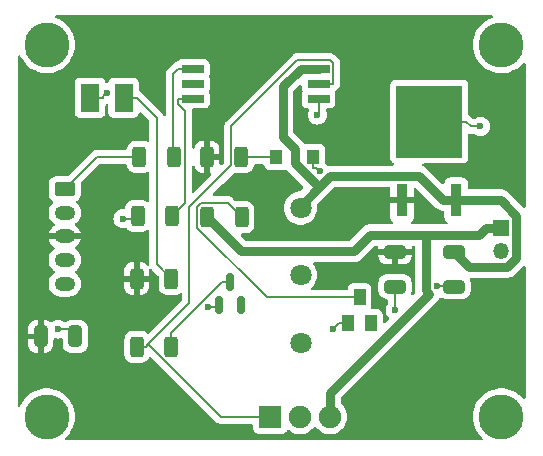
<source format=gbr>
%TF.GenerationSoftware,KiCad,Pcbnew,8.0.1*%
%TF.CreationDate,2025-03-02T16:25:42+00:00*%
%TF.ProjectId,PWM Control Circuit,50574d20-436f-46e7-9472-6f6c20436972,rev?*%
%TF.SameCoordinates,Original*%
%TF.FileFunction,Copper,L1,Top*%
%TF.FilePolarity,Positive*%
%FSLAX46Y46*%
G04 Gerber Fmt 4.6, Leading zero omitted, Abs format (unit mm)*
G04 Created by KiCad (PCBNEW 8.0.1) date 2025-03-02 16:25:42*
%MOMM*%
%LPD*%
G01*
G04 APERTURE LIST*
G04 Aperture macros list*
%AMRoundRect*
0 Rectangle with rounded corners*
0 $1 Rounding radius*
0 $2 $3 $4 $5 $6 $7 $8 $9 X,Y pos of 4 corners*
0 Add a 4 corners polygon primitive as box body*
4,1,4,$2,$3,$4,$5,$6,$7,$8,$9,$2,$3,0*
0 Add four circle primitives for the rounded corners*
1,1,$1+$1,$2,$3*
1,1,$1+$1,$4,$5*
1,1,$1+$1,$6,$7*
1,1,$1+$1,$8,$9*
0 Add four rect primitives between the rounded corners*
20,1,$1+$1,$2,$3,$4,$5,0*
20,1,$1+$1,$4,$5,$6,$7,0*
20,1,$1+$1,$6,$7,$8,$9,0*
20,1,$1+$1,$8,$9,$2,$3,0*%
G04 Aperture macros list end*
%TA.AperFunction,SMDPad,CuDef*%
%ADD10R,1.110000X1.220000*%
%TD*%
%TA.AperFunction,SMDPad,CuDef*%
%ADD11RoundRect,0.250000X-0.312500X-0.625000X0.312500X-0.625000X0.312500X0.625000X-0.312500X0.625000X0*%
%TD*%
%TA.AperFunction,SMDPad,CuDef*%
%ADD12RoundRect,0.150000X0.150000X-0.587500X0.150000X0.587500X-0.150000X0.587500X-0.150000X-0.587500X0*%
%TD*%
%TA.AperFunction,ComponentPad*%
%ADD13C,3.800000*%
%TD*%
%TA.AperFunction,ComponentPad*%
%ADD14C,1.800000*%
%TD*%
%TA.AperFunction,SMDPad,CuDef*%
%ADD15R,0.970000X2.830000*%
%TD*%
%TA.AperFunction,SMDPad,CuDef*%
%ADD16R,5.630000X6.090000*%
%TD*%
%TA.AperFunction,SMDPad,CuDef*%
%ADD17RoundRect,0.250000X-0.650000X0.325000X-0.650000X-0.325000X0.650000X-0.325000X0.650000X0.325000X0*%
%TD*%
%TA.AperFunction,SMDPad,CuDef*%
%ADD18R,1.000000X1.400000*%
%TD*%
%TA.AperFunction,SMDPad,CuDef*%
%ADD19RoundRect,0.250000X-0.325000X-0.650000X0.325000X-0.650000X0.325000X0.650000X-0.325000X0.650000X0*%
%TD*%
%TA.AperFunction,SMDPad,CuDef*%
%ADD20R,1.850000X0.650000*%
%TD*%
%TA.AperFunction,ComponentPad*%
%ADD21R,1.910000X1.910000*%
%TD*%
%TA.AperFunction,ComponentPad*%
%ADD22C,1.910000*%
%TD*%
%TA.AperFunction,ComponentPad*%
%ADD23R,1.350000X1.350000*%
%TD*%
%TA.AperFunction,ComponentPad*%
%ADD24O,1.350000X1.350000*%
%TD*%
%TA.AperFunction,ComponentPad*%
%ADD25RoundRect,0.250000X-0.625000X0.350000X-0.625000X-0.350000X0.625000X-0.350000X0.625000X0.350000X0*%
%TD*%
%TA.AperFunction,ComponentPad*%
%ADD26O,1.750000X1.200000*%
%TD*%
%TA.AperFunction,SMDPad,CuDef*%
%ADD27R,1.600000X2.400000*%
%TD*%
%TA.AperFunction,ViaPad*%
%ADD28C,0.600000*%
%TD*%
%TA.AperFunction,Conductor*%
%ADD29C,0.800000*%
%TD*%
%TA.AperFunction,Conductor*%
%ADD30C,0.200000*%
%TD*%
G04 APERTURE END LIST*
D10*
%TO.P,D3,1*%
%TO.N,Net-(D3-Pad1)*%
X107950000Y-90000000D03*
%TO.P,D3,2*%
%TO.N,GND*%
X111050000Y-90000000D03*
%TD*%
D11*
%TO.P,R5,1*%
%TO.N,+24V*%
X102075000Y-90000000D03*
%TO.P,R5,2*%
%TO.N,Net-(D3-Pad1)*%
X105000000Y-90000000D03*
%TD*%
D12*
%TO.P,D2,1,A*%
%TO.N,GND*%
X103100000Y-102500000D03*
%TO.P,D2,2,NC*%
%TO.N,unconnected-(D2-NC-Pad2)*%
X105000000Y-102500000D03*
%TO.P,D2,3,K*%
%TO.N,Net-(D2-K)*%
X104050000Y-100625000D03*
%TD*%
D13*
%TO.P,H1,1*%
%TO.N,N/C*%
X88500000Y-80500000D03*
%TD*%
D14*
%TO.P,+15V_TP1,1,1*%
%TO.N,/+15V*%
X110000000Y-94325000D03*
%TD*%
D15*
%TO.P,U2,1,IN*%
%TO.N,+24V*%
X118593300Y-93650000D03*
D16*
%TO.P,U2,2,GND*%
%TO.N,GND*%
X120883300Y-87000000D03*
D15*
%TO.P,U2,3,OUT*%
%TO.N,/+15V*%
X123173300Y-93650000D03*
%TD*%
D17*
%TO.P,C2,1*%
%TO.N,+24V*%
X118000000Y-98025000D03*
%TO.P,C2,2*%
%TO.N,GND*%
X118000000Y-100975000D03*
%TD*%
D14*
%TO.P,GND_TP1,1,1*%
%TO.N,GND*%
X110000000Y-100000000D03*
%TD*%
D11*
%TO.P,R1,1*%
%TO.N,/PWM input*%
X96350000Y-90000000D03*
%TO.P,R1,2*%
%TO.N,Net-(IC1-ANODE)*%
X99275000Y-90000000D03*
%TD*%
D18*
%TO.P,D4,1*%
%TO.N,GND*%
X114050000Y-104100000D03*
%TO.P,D4,2*%
%TO.N,unconnected-(D4-Pad2)*%
X115950000Y-104100000D03*
%TO.P,D4,3*%
%TO.N,Net-(D4-Pad3)*%
X115000000Y-101900000D03*
%TD*%
D19*
%TO.P,C1,1*%
%TO.N,+24V*%
X87990000Y-105200000D03*
%TO.P,C1,2*%
%TO.N,GND*%
X90940000Y-105200000D03*
%TD*%
D11*
%TO.P,R6,1*%
%TO.N,/Vsource*%
X102100000Y-95100000D03*
%TO.P,R6,2*%
%TO.N,Net-(D4-Pad3)*%
X105025000Y-95100000D03*
%TD*%
D14*
%TO.P,VG_TP1,1,1*%
%TO.N,/VG*%
X110000000Y-105750000D03*
%TD*%
D13*
%TO.P,H3,1*%
%TO.N,N/C*%
X88500000Y-112000000D03*
%TD*%
D17*
%TO.P,C3,1*%
%TO.N,/+15V*%
X123000000Y-98025000D03*
%TO.P,C3,2*%
%TO.N,GND*%
X123000000Y-100975000D03*
%TD*%
D11*
%TO.P,R2,1*%
%TO.N,GND*%
X96200000Y-95000000D03*
%TO.P,R2,2*%
%TO.N,Net-(IC1-CATHODE)*%
X99125000Y-95000000D03*
%TD*%
%TO.P,R3,1*%
%TO.N,+24V*%
X96125000Y-100300000D03*
%TO.P,R3,2*%
%TO.N,Net-(D1-Pad2)*%
X99050000Y-100300000D03*
%TD*%
%TO.P,R4,1*%
%TO.N,/VG*%
X96150000Y-106075000D03*
%TO.P,R4,2*%
%TO.N,Net-(D2-K)*%
X99075000Y-106075000D03*
%TD*%
D20*
%TO.P,IC1,1,ANODE*%
%TO.N,Net-(IC1-ANODE)*%
X100875000Y-82530000D03*
%TO.P,IC1,2,NC*%
%TO.N,unconnected-(IC1-NC-Pad2)*%
X100875000Y-83800000D03*
%TO.P,IC1,3,CATHODE*%
%TO.N,Net-(IC1-CATHODE)*%
X100875000Y-85070000D03*
%TO.P,IC1,4,VEE*%
%TO.N,GND*%
X111525000Y-85070000D03*
%TO.P,IC1,5,VOUT*%
%TO.N,/VG*%
X111525000Y-83800000D03*
%TO.P,IC1,6,VCC*%
%TO.N,/+15V*%
X111525000Y-82530000D03*
%TD*%
D21*
%TO.P,U1,1*%
%TO.N,/VG*%
X107420000Y-112000000D03*
D22*
%TO.P,U1,2*%
%TO.N,+12V*%
X109960000Y-112000000D03*
%TO.P,U1,3*%
%TO.N,/Vsource*%
X112500000Y-112000000D03*
%TD*%
D13*
%TO.P,H4,1*%
%TO.N,N/C*%
X127000000Y-112000000D03*
%TD*%
D23*
%TO.P,J2,1,Pin_1*%
%TO.N,/Vsource*%
X127000000Y-96000000D03*
D24*
%TO.P,J2,2,Pin_2*%
%TO.N,GND*%
X127000000Y-98000000D03*
%TD*%
D13*
%TO.P,H2,1*%
%TO.N,N/C*%
X127000000Y-80500000D03*
%TD*%
D25*
%TO.P,J1,1,Pin_1*%
%TO.N,/PWM input*%
X90040000Y-92720000D03*
D26*
%TO.P,J1,2,Pin_2*%
%TO.N,GND*%
X90040000Y-94720000D03*
%TO.P,J1,3,Pin_3*%
%TO.N,+24V*%
X90040000Y-96720000D03*
%TO.P,J1,4,Pin_4*%
%TO.N,+12V*%
X90040000Y-98720000D03*
%TO.P,J1,5,Pin_5*%
%TO.N,GND*%
X90040000Y-100720000D03*
%TD*%
D27*
%TO.P,D1,1*%
%TO.N,GND*%
X92175000Y-85000000D03*
%TO.P,D1,2*%
%TO.N,Net-(D1-Pad2)*%
X95025000Y-85000000D03*
%TD*%
D28*
%TO.N,GND*%
X118000000Y-103000000D03*
X89465000Y-104584400D03*
X93600000Y-84553200D03*
X94963300Y-95222400D03*
X111623400Y-91206800D03*
X102145700Y-102664800D03*
X112760200Y-104584400D03*
X125230500Y-87414800D03*
X121517100Y-100921500D03*
X111416100Y-86464400D03*
%TD*%
D29*
%TO.N,/+15V*%
X126936500Y-93650000D02*
X123173300Y-93650000D01*
X111551800Y-92562800D02*
X109500000Y-90511000D01*
X110000000Y-94114600D02*
X110000000Y-94325000D01*
X109500000Y-90511000D02*
X109500000Y-89290000D01*
X123173300Y-93650000D02*
X122086600Y-93650000D01*
X120069900Y-91633300D02*
X112481300Y-91633300D01*
X108500000Y-88290000D02*
X108500000Y-84028300D01*
X112481300Y-91633300D02*
X111551800Y-92562800D01*
X109500000Y-89290000D02*
X108500000Y-88290000D01*
X109998300Y-82530000D02*
X111525000Y-82530000D01*
X128276700Y-98557800D02*
X128276700Y-94990200D01*
X123000000Y-98025000D02*
X124301000Y-99326000D01*
X128276700Y-94990200D02*
X126936500Y-93650000D01*
X122086600Y-93650000D02*
X120069900Y-91633300D01*
X127508500Y-99326000D02*
X128276700Y-98557800D01*
X111551800Y-92562800D02*
X110000000Y-94114600D01*
X124301000Y-99326000D02*
X127508500Y-99326000D01*
X108500000Y-84028300D02*
X109998300Y-82530000D01*
D30*
%TO.N,GND*%
X112763900Y-104584400D02*
X113248300Y-104100000D01*
X90324400Y-104584400D02*
X90940000Y-105200000D01*
X122946500Y-100921500D02*
X123000000Y-100975000D01*
X89465000Y-104584400D02*
X90324400Y-104584400D01*
X111050000Y-90000000D02*
X111050000Y-90911700D01*
X112760200Y-104584400D02*
X112763900Y-104584400D01*
X93276700Y-84876500D02*
X93276700Y-85000000D01*
X111623400Y-91206800D02*
X111328300Y-90911700D01*
X111525000Y-86355500D02*
X111525000Y-85070000D01*
X95977600Y-95222400D02*
X96200000Y-95000000D01*
X118000000Y-103000000D02*
X118000000Y-100975000D01*
X121517100Y-100921500D02*
X122946500Y-100921500D01*
X93600000Y-84553200D02*
X93276700Y-84876500D01*
X102145700Y-102664800D02*
X102935200Y-102664800D01*
X111416100Y-86464400D02*
X111525000Y-86355500D01*
X124414800Y-87414800D02*
X124000000Y-87000000D01*
X92175000Y-85000000D02*
X93276700Y-85000000D01*
X102935200Y-102664800D02*
X103100000Y-102500000D01*
X111328300Y-90911700D02*
X111050000Y-90911700D01*
X114050000Y-104100000D02*
X113248300Y-104100000D01*
X125230500Y-87414800D02*
X124414800Y-87414800D01*
X120883300Y-87000000D02*
X124000000Y-87000000D01*
X94963300Y-95222400D02*
X95977600Y-95222400D01*
%TO.N,Net-(D1-Pad2)*%
X97812500Y-86685800D02*
X96126700Y-85000000D01*
X99050000Y-100300000D02*
X97812500Y-99062500D01*
X97812500Y-99062500D02*
X97812500Y-86685800D01*
X95025000Y-85000000D02*
X96126700Y-85000000D01*
%TO.N,Net-(D2-K)*%
X99075000Y-104884700D02*
X99075000Y-106075000D01*
X103334700Y-100625000D02*
X99075000Y-104884700D01*
X104050000Y-100625000D02*
X103334700Y-100625000D01*
%TO.N,Net-(D3-Pad1)*%
X105000000Y-90000000D02*
X107950000Y-90000000D01*
%TO.N,Net-(D4-Pad3)*%
X107141300Y-101900000D02*
X101217200Y-95975900D01*
X101548300Y-93899300D02*
X103824300Y-93899300D01*
X115000000Y-101900000D02*
X107141300Y-101900000D01*
X101217200Y-94230400D02*
X101548300Y-93899300D01*
X103824300Y-93899300D02*
X105025000Y-95100000D01*
X101217200Y-95975900D02*
X101217200Y-94230400D01*
%TO.N,Net-(IC1-ANODE)*%
X99208500Y-82969800D02*
X99208500Y-89933500D01*
X100875000Y-82530000D02*
X99648300Y-82530000D01*
X99648300Y-82530000D02*
X99208500Y-82969800D01*
X99208500Y-89933500D02*
X99275000Y-90000000D01*
%TO.N,/VG*%
X111525000Y-83800000D02*
X112751700Y-83800000D01*
X107420000Y-112000000D02*
X103244200Y-112000000D01*
X104134800Y-90709200D02*
X100583700Y-94260300D01*
X112497900Y-81826200D02*
X109709700Y-81826200D01*
X112751700Y-83800000D02*
X112751700Y-82080000D01*
X104134800Y-87401100D02*
X104134800Y-90709200D01*
X103244200Y-112000000D02*
X97097600Y-105853400D01*
X96876000Y-106075000D02*
X97097600Y-105853400D01*
X96150000Y-106075000D02*
X96876000Y-106075000D01*
X100583700Y-102367300D02*
X97097600Y-105853400D01*
X112751700Y-82080000D02*
X112497900Y-81826200D01*
X109709700Y-81826200D02*
X104134800Y-87401100D01*
X100583700Y-94260300D02*
X100583700Y-102367300D01*
%TO.N,Net-(IC1-CATHODE)*%
X100185000Y-93940000D02*
X99125000Y-95000000D01*
X100185000Y-86074600D02*
X100185000Y-93940000D01*
X99648300Y-85070000D02*
X99648300Y-85537900D01*
X100875000Y-85070000D02*
X99648300Y-85070000D01*
X99648300Y-85537900D02*
X100185000Y-86074600D01*
%TO.N,/PWM input*%
X90040000Y-92720000D02*
X92760000Y-90000000D01*
X92760000Y-90000000D02*
X96350000Y-90000000D01*
D29*
%TO.N,/Vsource*%
X127000000Y-96000000D02*
X125723300Y-96000000D01*
X125723300Y-96000000D02*
X125125700Y-96597600D01*
X115902400Y-96597600D02*
X114500000Y-98000000D01*
X120535200Y-96597600D02*
X120617100Y-96679500D01*
X114500000Y-98000000D02*
X105000000Y-98000000D01*
X120911403Y-101588597D02*
X112500000Y-110000000D01*
X120617100Y-101294293D02*
X120911403Y-101588597D01*
X112500000Y-110000000D02*
X112500000Y-112000000D01*
X125125700Y-96597600D02*
X120535200Y-96597600D01*
X120535200Y-96597600D02*
X115902400Y-96597600D01*
X105000000Y-98000000D02*
X102100000Y-95100000D01*
X120617100Y-96679500D02*
X120617100Y-101294293D01*
%TD*%
%TA.AperFunction,Conductor*%
%TO.N,+24V*%
G36*
X126209133Y-78020185D02*
G01*
X126254888Y-78072989D01*
X126264832Y-78142147D01*
X126235807Y-78205703D01*
X126187741Y-78239792D01*
X125975904Y-78323663D01*
X125975903Y-78323664D01*
X125711205Y-78469184D01*
X125711193Y-78469191D01*
X125466846Y-78646719D01*
X125466836Y-78646727D01*
X125246652Y-78853494D01*
X125054111Y-79086236D01*
X124892268Y-79341261D01*
X124892265Y-79341267D01*
X124763661Y-79614563D01*
X124763659Y-79614568D01*
X124670320Y-79901835D01*
X124613719Y-80198546D01*
X124613718Y-80198553D01*
X124594754Y-80499994D01*
X124594754Y-80500005D01*
X124613718Y-80801446D01*
X124613719Y-80801453D01*
X124670320Y-81098164D01*
X124763659Y-81385431D01*
X124763661Y-81385436D01*
X124892265Y-81658732D01*
X124892268Y-81658738D01*
X125054111Y-81913763D01*
X125054114Y-81913767D01*
X125054115Y-81913768D01*
X125246649Y-82146502D01*
X125246652Y-82146505D01*
X125466836Y-82353272D01*
X125466846Y-82353280D01*
X125711193Y-82530808D01*
X125711198Y-82530810D01*
X125711205Y-82530816D01*
X125975896Y-82676332D01*
X125975901Y-82676334D01*
X125975903Y-82676335D01*
X125975904Y-82676336D01*
X126256734Y-82787524D01*
X126256737Y-82787525D01*
X126354259Y-82812564D01*
X126549302Y-82862642D01*
X126696039Y-82881179D01*
X126848963Y-82900499D01*
X126848969Y-82900499D01*
X126848973Y-82900500D01*
X126848975Y-82900500D01*
X127151025Y-82900500D01*
X127151027Y-82900500D01*
X127151032Y-82900499D01*
X127151036Y-82900499D01*
X127230591Y-82890448D01*
X127450698Y-82862642D01*
X127743262Y-82787525D01*
X127743265Y-82787524D01*
X128024095Y-82676336D01*
X128024096Y-82676335D01*
X128024094Y-82676335D01*
X128024104Y-82676332D01*
X128288795Y-82530816D01*
X128533162Y-82353274D01*
X128753349Y-82146504D01*
X128829956Y-82053901D01*
X128887856Y-82014794D01*
X128957707Y-82013198D01*
X129017333Y-82049619D01*
X129047803Y-82112495D01*
X129049500Y-82132942D01*
X129049500Y-94190137D01*
X129029815Y-94257176D01*
X128977011Y-94302931D01*
X128907853Y-94312875D01*
X128844297Y-94283850D01*
X128837819Y-94277818D01*
X127510535Y-92950535D01*
X127510530Y-92950531D01*
X127451461Y-92911064D01*
X127451460Y-92911063D01*
X127363044Y-92851985D01*
X127363042Y-92851984D01*
X127281107Y-92818046D01*
X127281106Y-92818046D01*
X127199166Y-92784105D01*
X127199158Y-92784103D01*
X127025196Y-92749500D01*
X127025192Y-92749500D01*
X127025191Y-92749500D01*
X124282799Y-92749500D01*
X124215760Y-92729815D01*
X124170005Y-92677011D01*
X124158799Y-92625500D01*
X124158799Y-92187129D01*
X124158798Y-92187123D01*
X124152391Y-92127516D01*
X124102097Y-91992671D01*
X124102093Y-91992664D01*
X124015847Y-91877455D01*
X124015844Y-91877452D01*
X123900635Y-91791206D01*
X123900628Y-91791202D01*
X123765782Y-91740908D01*
X123765783Y-91740908D01*
X123706183Y-91734501D01*
X123706181Y-91734500D01*
X123706173Y-91734500D01*
X123706164Y-91734500D01*
X122640429Y-91734500D01*
X122640423Y-91734501D01*
X122580816Y-91740908D01*
X122445971Y-91791202D01*
X122445964Y-91791206D01*
X122330755Y-91877452D01*
X122330752Y-91877455D01*
X122244506Y-91992664D01*
X122244502Y-91992671D01*
X122194208Y-92127517D01*
X122187445Y-92190428D01*
X122186138Y-92190287D01*
X122164623Y-92251188D01*
X122109426Y-92294026D01*
X122039832Y-92300222D01*
X121977935Y-92267809D01*
X121976397Y-92266297D01*
X120643935Y-90933835D01*
X120643930Y-90933831D01*
X120584861Y-90894364D01*
X120584860Y-90894363D01*
X120496444Y-90835285D01*
X120496442Y-90835284D01*
X120414507Y-90801346D01*
X120414506Y-90801346D01*
X120372773Y-90784059D01*
X120318371Y-90740218D01*
X120296307Y-90673924D01*
X120313587Y-90606225D01*
X120364724Y-90558615D01*
X120420225Y-90545499D01*
X123746172Y-90545499D01*
X123805783Y-90539091D01*
X123940631Y-90488796D01*
X124055846Y-90402546D01*
X124142096Y-90287331D01*
X124192391Y-90152483D01*
X124198800Y-90092873D01*
X124198799Y-88138665D01*
X124218484Y-88071627D01*
X124271287Y-88025872D01*
X124327615Y-88017436D01*
X124327615Y-88015301D01*
X124501454Y-88015301D01*
X124501470Y-88015300D01*
X124648088Y-88015300D01*
X124715127Y-88034985D01*
X124725403Y-88042355D01*
X124728236Y-88044614D01*
X124728238Y-88044616D01*
X124771226Y-88071627D01*
X124877917Y-88138666D01*
X124880978Y-88140589D01*
X125051245Y-88200168D01*
X125051250Y-88200169D01*
X125230496Y-88220365D01*
X125230500Y-88220365D01*
X125230504Y-88220365D01*
X125409749Y-88200169D01*
X125409752Y-88200168D01*
X125409755Y-88200168D01*
X125580022Y-88140589D01*
X125732762Y-88044616D01*
X125860316Y-87917062D01*
X125956289Y-87764322D01*
X126015868Y-87594055D01*
X126036065Y-87414800D01*
X126025614Y-87322045D01*
X126015869Y-87235550D01*
X126015868Y-87235545D01*
X125956288Y-87065276D01*
X125917082Y-87002880D01*
X125860316Y-86912538D01*
X125732762Y-86784984D01*
X125704593Y-86767284D01*
X125580023Y-86689011D01*
X125409754Y-86629431D01*
X125409749Y-86629430D01*
X125230504Y-86609235D01*
X125230496Y-86609235D01*
X125051250Y-86629430D01*
X125051245Y-86629431D01*
X124880974Y-86689012D01*
X124754227Y-86768652D01*
X124686991Y-86787652D01*
X124620155Y-86767284D01*
X124600575Y-86751339D01*
X124368717Y-86519481D01*
X124368709Y-86519475D01*
X124273315Y-86464400D01*
X124273311Y-86464398D01*
X124260796Y-86457172D01*
X124212582Y-86406604D01*
X124198799Y-86349787D01*
X124198799Y-83907129D01*
X124198798Y-83907123D01*
X124198797Y-83907116D01*
X124192391Y-83847517D01*
X124156813Y-83752128D01*
X124142097Y-83712671D01*
X124142093Y-83712664D01*
X124055847Y-83597455D01*
X124055844Y-83597452D01*
X123940635Y-83511206D01*
X123940628Y-83511202D01*
X123805782Y-83460908D01*
X123805783Y-83460908D01*
X123746183Y-83454501D01*
X123746181Y-83454500D01*
X123746173Y-83454500D01*
X123746164Y-83454500D01*
X118020429Y-83454500D01*
X118020423Y-83454501D01*
X117960816Y-83460908D01*
X117825971Y-83511202D01*
X117825964Y-83511206D01*
X117710755Y-83597452D01*
X117710752Y-83597455D01*
X117624506Y-83712664D01*
X117624502Y-83712671D01*
X117574208Y-83847517D01*
X117567801Y-83907116D01*
X117567801Y-83907123D01*
X117567800Y-83907135D01*
X117567800Y-90092870D01*
X117567801Y-90092876D01*
X117574208Y-90152483D01*
X117624502Y-90287328D01*
X117624506Y-90287335D01*
X117710752Y-90402544D01*
X117710755Y-90402547D01*
X117825964Y-90488793D01*
X117825971Y-90488797D01*
X117836215Y-90492618D01*
X117892149Y-90534489D01*
X117916566Y-90599954D01*
X117901714Y-90668227D01*
X117852309Y-90717632D01*
X117792882Y-90732800D01*
X112392604Y-90732800D01*
X112364916Y-90738307D01*
X112295325Y-90732077D01*
X112253049Y-90704371D01*
X112141817Y-90593139D01*
X112108333Y-90531816D01*
X112105499Y-90505458D01*
X112105499Y-89342129D01*
X112105498Y-89342123D01*
X112099091Y-89282516D01*
X112048797Y-89147671D01*
X112048793Y-89147664D01*
X111962547Y-89032455D01*
X111962544Y-89032452D01*
X111847335Y-88946206D01*
X111847328Y-88946202D01*
X111712482Y-88895908D01*
X111712483Y-88895908D01*
X111652883Y-88889501D01*
X111652881Y-88889500D01*
X111652873Y-88889500D01*
X111652864Y-88889500D01*
X110447129Y-88889500D01*
X110447120Y-88889501D01*
X110398887Y-88894686D01*
X110330128Y-88882279D01*
X110282533Y-88840286D01*
X110199467Y-88715969D01*
X110199465Y-88715966D01*
X110160516Y-88677017D01*
X110074035Y-88590536D01*
X109436819Y-87953319D01*
X109403334Y-87891996D01*
X109400500Y-87865638D01*
X109400500Y-84452661D01*
X109420185Y-84385622D01*
X109436815Y-84364984D01*
X109887821Y-83913977D01*
X109949142Y-83880494D01*
X110018833Y-83885478D01*
X110074767Y-83927349D01*
X110099184Y-83992814D01*
X110099500Y-84001659D01*
X110099500Y-84172869D01*
X110099501Y-84172876D01*
X110105908Y-84232483D01*
X110156202Y-84367328D01*
X110160454Y-84375114D01*
X110157280Y-84376846D01*
X110175659Y-84426302D01*
X110160725Y-84494557D01*
X110160117Y-84495502D01*
X110156202Y-84502671D01*
X110105910Y-84637513D01*
X110105909Y-84637517D01*
X110099500Y-84697127D01*
X110099500Y-84697134D01*
X110099500Y-84697135D01*
X110099500Y-85442870D01*
X110099501Y-85442876D01*
X110105908Y-85502483D01*
X110156202Y-85637328D01*
X110156206Y-85637335D01*
X110242452Y-85752544D01*
X110242455Y-85752547D01*
X110357664Y-85838793D01*
X110357671Y-85838797D01*
X110402618Y-85855561D01*
X110492517Y-85889091D01*
X110552127Y-85895500D01*
X110603793Y-85895499D01*
X110670831Y-85915182D01*
X110716586Y-85967985D01*
X110726531Y-86037144D01*
X110708789Y-86085468D01*
X110690311Y-86114876D01*
X110630731Y-86285145D01*
X110630730Y-86285150D01*
X110610535Y-86464396D01*
X110610535Y-86464400D01*
X110630730Y-86643649D01*
X110630731Y-86643654D01*
X110690311Y-86813923D01*
X110757327Y-86920578D01*
X110786284Y-86966662D01*
X110913838Y-87094216D01*
X111066578Y-87190189D01*
X111196198Y-87235545D01*
X111236845Y-87249768D01*
X111236850Y-87249769D01*
X111416096Y-87269965D01*
X111416100Y-87269965D01*
X111416104Y-87269965D01*
X111595349Y-87249769D01*
X111595352Y-87249768D01*
X111595355Y-87249768D01*
X111765622Y-87190189D01*
X111918362Y-87094216D01*
X112045916Y-86966662D01*
X112141889Y-86813922D01*
X112201468Y-86643655D01*
X112207820Y-86587285D01*
X112221665Y-86464400D01*
X112221665Y-86464396D01*
X112201469Y-86285150D01*
X112201466Y-86285137D01*
X112141890Y-86114881D01*
X112138867Y-86108602D01*
X112141174Y-86107490D01*
X112125500Y-86053070D01*
X112125500Y-86019499D01*
X112145185Y-85952460D01*
X112197989Y-85906705D01*
X112249500Y-85895499D01*
X112497871Y-85895499D01*
X112497872Y-85895499D01*
X112557483Y-85889091D01*
X112692331Y-85838796D01*
X112807546Y-85752546D01*
X112893796Y-85637331D01*
X112944091Y-85502483D01*
X112950500Y-85442873D01*
X112950499Y-84697128D01*
X112944091Y-84637517D01*
X112941767Y-84631286D01*
X112901092Y-84522229D01*
X112896108Y-84452537D01*
X112929593Y-84391214D01*
X112976563Y-84364101D01*
X112975977Y-84362686D01*
X112983473Y-84359579D01*
X112983484Y-84359577D01*
X113120416Y-84280520D01*
X113232220Y-84168716D01*
X113311277Y-84031784D01*
X113352200Y-83879057D01*
X113352200Y-82000943D01*
X113311277Y-81848216D01*
X113310835Y-81847451D01*
X113232224Y-81711290D01*
X113232221Y-81711286D01*
X113232220Y-81711284D01*
X113120416Y-81599480D01*
X113120415Y-81599479D01*
X113116085Y-81595149D01*
X113116074Y-81595139D01*
X112985490Y-81464555D01*
X112985488Y-81464552D01*
X112866617Y-81345681D01*
X112866616Y-81345680D01*
X112779804Y-81295560D01*
X112779804Y-81295559D01*
X112779800Y-81295558D01*
X112729685Y-81266623D01*
X112576957Y-81225699D01*
X112418843Y-81225699D01*
X112411247Y-81225699D01*
X112411231Y-81225700D01*
X109788757Y-81225700D01*
X109630642Y-81225700D01*
X109477915Y-81266623D01*
X109477914Y-81266623D01*
X109477912Y-81266624D01*
X109477909Y-81266625D01*
X109427796Y-81295559D01*
X109427795Y-81295560D01*
X109384389Y-81320620D01*
X109340985Y-81345679D01*
X109340982Y-81345681D01*
X103654281Y-87032382D01*
X103654277Y-87032387D01*
X103635290Y-87065276D01*
X103635289Y-87065278D01*
X103575223Y-87169315D01*
X103534299Y-87322043D01*
X103534299Y-87322045D01*
X103534299Y-87490146D01*
X103534300Y-87490159D01*
X103534300Y-90409101D01*
X103514615Y-90476140D01*
X103497981Y-90496782D01*
X103349181Y-90645582D01*
X103287858Y-90679067D01*
X103218166Y-90674083D01*
X103162233Y-90632211D01*
X103137816Y-90566747D01*
X103137500Y-90557901D01*
X103137500Y-90250000D01*
X102325000Y-90250000D01*
X102325000Y-91374999D01*
X102326911Y-91376910D01*
X102387441Y-91394684D01*
X102433196Y-91447488D01*
X102443140Y-91516646D01*
X102414115Y-91580202D01*
X102408083Y-91586680D01*
X100997181Y-92997582D01*
X100935858Y-93031067D01*
X100866166Y-93026083D01*
X100810233Y-92984211D01*
X100785816Y-92918747D01*
X100785500Y-92909901D01*
X100785500Y-90829411D01*
X100805185Y-90762372D01*
X100857989Y-90716617D01*
X100927147Y-90706673D01*
X100990703Y-90735698D01*
X101027206Y-90790407D01*
X101078141Y-90944119D01*
X101078143Y-90944124D01*
X101170184Y-91093345D01*
X101294154Y-91217315D01*
X101443375Y-91309356D01*
X101443380Y-91309358D01*
X101609802Y-91364505D01*
X101609809Y-91364506D01*
X101712519Y-91374999D01*
X101824999Y-91374999D01*
X101825000Y-91374998D01*
X101825000Y-88625000D01*
X102325000Y-88625000D01*
X102325000Y-89750000D01*
X103137499Y-89750000D01*
X103137499Y-89325028D01*
X103137498Y-89325013D01*
X103127005Y-89222302D01*
X103071858Y-89055880D01*
X103071856Y-89055875D01*
X102979815Y-88906654D01*
X102855845Y-88782684D01*
X102706624Y-88690643D01*
X102706619Y-88690641D01*
X102540197Y-88635494D01*
X102540190Y-88635493D01*
X102437486Y-88625000D01*
X102325000Y-88625000D01*
X101825000Y-88625000D01*
X101712527Y-88625000D01*
X101712512Y-88625001D01*
X101609802Y-88635494D01*
X101443380Y-88690641D01*
X101443375Y-88690643D01*
X101294154Y-88782684D01*
X101170184Y-88906654D01*
X101078143Y-89055875D01*
X101078141Y-89055880D01*
X101027206Y-89209594D01*
X100987433Y-89267039D01*
X100922918Y-89293862D01*
X100854142Y-89281547D01*
X100802942Y-89234004D01*
X100785500Y-89170590D01*
X100785500Y-86019499D01*
X100805185Y-85952460D01*
X100857989Y-85906705D01*
X100909500Y-85895499D01*
X101847871Y-85895499D01*
X101847872Y-85895499D01*
X101907483Y-85889091D01*
X102042331Y-85838796D01*
X102157546Y-85752546D01*
X102243796Y-85637331D01*
X102294091Y-85502483D01*
X102300500Y-85442873D01*
X102300499Y-84697128D01*
X102294091Y-84637517D01*
X102291767Y-84631286D01*
X102243797Y-84502670D01*
X102239547Y-84494888D01*
X102242757Y-84493134D01*
X102224361Y-84444001D01*
X102239127Y-84375709D01*
X102239752Y-84374736D01*
X102243797Y-84367329D01*
X102255052Y-84337150D01*
X102294091Y-84232483D01*
X102300500Y-84172873D01*
X102300499Y-83427128D01*
X102294091Y-83367517D01*
X102294091Y-83367516D01*
X102243797Y-83232670D01*
X102239547Y-83224888D01*
X102242757Y-83223134D01*
X102224361Y-83174001D01*
X102239127Y-83105709D01*
X102239752Y-83104736D01*
X102243797Y-83097329D01*
X102261874Y-83048860D01*
X102294091Y-82962483D01*
X102300500Y-82902873D01*
X102300499Y-82157128D01*
X102294091Y-82097517D01*
X102276226Y-82049619D01*
X102243797Y-81962671D01*
X102243793Y-81962664D01*
X102157547Y-81847455D01*
X102157544Y-81847452D01*
X102042335Y-81761206D01*
X102042328Y-81761202D01*
X101907482Y-81710908D01*
X101907483Y-81710908D01*
X101847883Y-81704501D01*
X101847881Y-81704500D01*
X101847873Y-81704500D01*
X101847864Y-81704500D01*
X99902129Y-81704500D01*
X99902123Y-81704501D01*
X99842516Y-81710908D01*
X99707671Y-81761202D01*
X99707664Y-81761206D01*
X99592457Y-81847451D01*
X99592450Y-81847457D01*
X99547165Y-81907950D01*
X99491230Y-81949821D01*
X99479995Y-81953412D01*
X99416519Y-81970421D01*
X99416513Y-81970424D01*
X99394312Y-81983240D01*
X99394313Y-81983241D01*
X99279587Y-82049477D01*
X99279582Y-82049481D01*
X98727979Y-82601084D01*
X98712359Y-82628139D01*
X98705757Y-82639576D01*
X98648923Y-82738015D01*
X98607999Y-82890743D01*
X98607999Y-82890745D01*
X98607999Y-83058846D01*
X98608000Y-83058859D01*
X98608000Y-86400192D01*
X98588315Y-86467231D01*
X98535511Y-86512986D01*
X98466353Y-86522930D01*
X98402797Y-86493905D01*
X98378232Y-86459846D01*
X98376141Y-86461054D01*
X98372077Y-86454015D01*
X98332429Y-86385343D01*
X98293020Y-86317084D01*
X98181216Y-86205280D01*
X98181215Y-86205279D01*
X98176885Y-86200949D01*
X98176874Y-86200939D01*
X96614290Y-84638355D01*
X96614288Y-84638352D01*
X96495417Y-84519481D01*
X96495416Y-84519480D01*
X96408604Y-84469360D01*
X96408604Y-84469358D01*
X96408599Y-84469357D01*
X96397047Y-84462687D01*
X96387495Y-84457172D01*
X96339281Y-84406602D01*
X96325499Y-84349787D01*
X96325499Y-83752129D01*
X96325498Y-83752123D01*
X96325497Y-83752116D01*
X96319091Y-83692517D01*
X96310259Y-83668838D01*
X96268797Y-83557671D01*
X96268793Y-83557664D01*
X96182547Y-83442455D01*
X96182544Y-83442452D01*
X96067335Y-83356206D01*
X96067328Y-83356202D01*
X95932482Y-83305908D01*
X95932483Y-83305908D01*
X95872883Y-83299501D01*
X95872881Y-83299500D01*
X95872873Y-83299500D01*
X95872864Y-83299500D01*
X94177129Y-83299500D01*
X94177123Y-83299501D01*
X94117516Y-83305908D01*
X93982671Y-83356202D01*
X93982664Y-83356206D01*
X93867455Y-83442452D01*
X93867452Y-83442455D01*
X93781206Y-83557664D01*
X93781203Y-83557669D01*
X93739740Y-83668838D01*
X93697868Y-83724771D01*
X93632404Y-83749188D01*
X93609680Y-83748725D01*
X93600002Y-83747635D01*
X93599997Y-83747635D01*
X93590318Y-83748725D01*
X93521497Y-83736667D01*
X93470120Y-83689315D01*
X93460259Y-83668837D01*
X93418797Y-83557671D01*
X93418793Y-83557664D01*
X93332547Y-83442455D01*
X93332544Y-83442452D01*
X93217335Y-83356206D01*
X93217328Y-83356202D01*
X93082482Y-83305908D01*
X93082483Y-83305908D01*
X93022883Y-83299501D01*
X93022881Y-83299500D01*
X93022873Y-83299500D01*
X93022864Y-83299500D01*
X91327129Y-83299500D01*
X91327123Y-83299501D01*
X91267516Y-83305908D01*
X91132671Y-83356202D01*
X91132664Y-83356206D01*
X91017455Y-83442452D01*
X91017452Y-83442455D01*
X90931206Y-83557664D01*
X90931202Y-83557671D01*
X90880908Y-83692517D01*
X90877441Y-83724771D01*
X90874501Y-83752123D01*
X90874500Y-83752135D01*
X90874500Y-86247870D01*
X90874501Y-86247876D01*
X90880908Y-86307483D01*
X90931202Y-86442328D01*
X90931206Y-86442335D01*
X91017452Y-86557544D01*
X91017455Y-86557547D01*
X91132664Y-86643793D01*
X91132671Y-86643797D01*
X91267517Y-86694091D01*
X91267516Y-86694091D01*
X91274444Y-86694835D01*
X91327127Y-86700500D01*
X93022872Y-86700499D01*
X93082483Y-86694091D01*
X93217331Y-86643796D01*
X93332546Y-86557546D01*
X93418796Y-86442331D01*
X93469091Y-86307483D01*
X93475500Y-86247873D01*
X93475499Y-85650211D01*
X93495183Y-85583173D01*
X93537490Y-85542830D01*
X93538496Y-85542249D01*
X93606393Y-85525774D01*
X93672422Y-85548623D01*
X93715615Y-85603542D01*
X93724500Y-85649634D01*
X93724500Y-86247870D01*
X93724501Y-86247876D01*
X93730908Y-86307483D01*
X93781202Y-86442328D01*
X93781206Y-86442335D01*
X93867452Y-86557544D01*
X93867455Y-86557547D01*
X93982664Y-86643793D01*
X93982671Y-86643797D01*
X94117517Y-86694091D01*
X94117516Y-86694091D01*
X94124444Y-86694835D01*
X94177127Y-86700500D01*
X95872872Y-86700499D01*
X95932483Y-86694091D01*
X96067331Y-86643796D01*
X96182546Y-86557546D01*
X96268796Y-86442331D01*
X96319091Y-86307483D01*
X96319090Y-86307483D01*
X96321802Y-86300215D01*
X96323351Y-86300792D01*
X96353339Y-86248121D01*
X96415247Y-86215731D01*
X96484839Y-86221952D01*
X96527130Y-86249665D01*
X97175681Y-86898216D01*
X97209166Y-86959539D01*
X97212000Y-86985897D01*
X97212000Y-88609978D01*
X97192315Y-88677017D01*
X97139511Y-88722772D01*
X97070353Y-88732716D01*
X97022905Y-88715518D01*
X97000412Y-88701645D01*
X96981834Y-88690186D01*
X96815297Y-88635001D01*
X96815295Y-88635000D01*
X96712510Y-88624500D01*
X95987498Y-88624500D01*
X95987480Y-88624501D01*
X95884703Y-88635000D01*
X95884700Y-88635001D01*
X95718168Y-88690185D01*
X95718163Y-88690187D01*
X95568842Y-88782289D01*
X95444789Y-88906342D01*
X95352687Y-89055663D01*
X95352685Y-89055668D01*
X95352615Y-89055880D01*
X95297502Y-89222202D01*
X95297501Y-89222204D01*
X95297500Y-89222205D01*
X95290768Y-89288103D01*
X95264371Y-89352795D01*
X95207190Y-89392946D01*
X95167410Y-89399500D01*
X92846669Y-89399500D01*
X92846653Y-89399499D01*
X92839057Y-89399499D01*
X92680943Y-89399499D01*
X92573587Y-89428265D01*
X92528210Y-89440424D01*
X92528209Y-89440425D01*
X92478096Y-89469359D01*
X92478095Y-89469360D01*
X92434689Y-89494420D01*
X92391285Y-89519479D01*
X92391282Y-89519481D01*
X92279478Y-89631286D01*
X90327582Y-91583181D01*
X90266259Y-91616666D01*
X90239901Y-91619500D01*
X89364998Y-91619500D01*
X89364980Y-91619501D01*
X89262203Y-91630000D01*
X89262200Y-91630001D01*
X89095668Y-91685185D01*
X89095663Y-91685187D01*
X88946342Y-91777289D01*
X88822289Y-91901342D01*
X88730187Y-92050663D01*
X88730186Y-92050666D01*
X88675001Y-92217203D01*
X88675001Y-92217204D01*
X88675000Y-92217204D01*
X88664500Y-92319983D01*
X88664500Y-93120001D01*
X88664501Y-93120019D01*
X88675000Y-93222796D01*
X88675001Y-93222799D01*
X88713747Y-93339724D01*
X88730186Y-93389334D01*
X88822288Y-93538656D01*
X88946344Y-93662712D01*
X89010543Y-93702310D01*
X89057268Y-93754258D01*
X89068489Y-93823221D01*
X89040646Y-93887303D01*
X89033128Y-93895530D01*
X88925585Y-94003073D01*
X88823768Y-94143211D01*
X88745128Y-94297552D01*
X88745127Y-94297554D01*
X88745127Y-94297555D01*
X88740149Y-94312875D01*
X88691597Y-94462302D01*
X88671876Y-94586819D01*
X88664500Y-94633389D01*
X88664500Y-94806611D01*
X88669493Y-94838137D01*
X88689974Y-94967452D01*
X88691598Y-94977701D01*
X88745127Y-95142445D01*
X88823768Y-95296788D01*
X88925586Y-95436928D01*
X89048072Y-95559414D01*
X89103189Y-95599459D01*
X89131449Y-95619991D01*
X89174114Y-95675322D01*
X89180093Y-95744935D01*
X89147487Y-95806730D01*
X89131448Y-95820627D01*
X89048404Y-95880961D01*
X89048399Y-95880965D01*
X88925967Y-96003397D01*
X88824195Y-96143475D01*
X88745591Y-96297744D01*
X88692085Y-96462415D01*
X88690884Y-96469999D01*
X88690885Y-96470000D01*
X89759670Y-96470000D01*
X89739925Y-96489745D01*
X89690556Y-96575255D01*
X89665000Y-96670630D01*
X89665000Y-96769370D01*
X89690556Y-96864745D01*
X89739925Y-96950255D01*
X89759670Y-96970000D01*
X88690885Y-96970000D01*
X88692085Y-96977584D01*
X88745591Y-97142255D01*
X88824195Y-97296524D01*
X88925967Y-97436602D01*
X89048401Y-97559036D01*
X89131447Y-97619371D01*
X89174114Y-97674701D01*
X89180093Y-97744314D01*
X89147488Y-97806109D01*
X89131450Y-97820007D01*
X89048072Y-97880585D01*
X88925588Y-98003069D01*
X88925588Y-98003070D01*
X88925586Y-98003072D01*
X88881859Y-98063256D01*
X88823768Y-98143211D01*
X88745128Y-98297552D01*
X88691597Y-98462302D01*
X88664500Y-98633389D01*
X88664500Y-98806611D01*
X88666408Y-98818656D01*
X88691304Y-98975848D01*
X88691598Y-98977701D01*
X88745127Y-99142445D01*
X88823768Y-99296788D01*
X88925586Y-99436928D01*
X89048072Y-99559414D01*
X89048078Y-99559418D01*
X89131023Y-99619683D01*
X89173689Y-99675013D01*
X89179667Y-99744626D01*
X89147061Y-99806421D01*
X89131023Y-99820317D01*
X89048078Y-99880581D01*
X89048069Y-99880588D01*
X88925588Y-100003069D01*
X88925588Y-100003070D01*
X88925586Y-100003072D01*
X88896043Y-100043735D01*
X88823768Y-100143211D01*
X88745128Y-100297552D01*
X88745127Y-100297554D01*
X88745127Y-100297555D01*
X88734368Y-100330668D01*
X88691597Y-100462302D01*
X88664500Y-100633389D01*
X88664500Y-100806610D01*
X88688425Y-100957671D01*
X88691598Y-100977701D01*
X88745127Y-101142445D01*
X88823768Y-101296788D01*
X88925586Y-101436928D01*
X89048072Y-101559414D01*
X89188212Y-101661232D01*
X89342555Y-101739873D01*
X89507299Y-101793402D01*
X89678389Y-101820500D01*
X89678390Y-101820500D01*
X90401610Y-101820500D01*
X90401611Y-101820500D01*
X90572701Y-101793402D01*
X90737445Y-101739873D01*
X90891788Y-101661232D01*
X91031928Y-101559414D01*
X91154414Y-101436928D01*
X91256232Y-101296788D01*
X91334873Y-101142445D01*
X91388402Y-100977701D01*
X91415500Y-100806611D01*
X91415500Y-100633389D01*
X91402292Y-100550000D01*
X95062501Y-100550000D01*
X95062501Y-100974986D01*
X95072994Y-101077697D01*
X95128141Y-101244119D01*
X95128143Y-101244124D01*
X95220184Y-101393345D01*
X95344154Y-101517315D01*
X95493375Y-101609356D01*
X95493380Y-101609358D01*
X95659802Y-101664505D01*
X95659809Y-101664506D01*
X95762519Y-101674999D01*
X95874999Y-101674999D01*
X95875000Y-101674998D01*
X95875000Y-100550000D01*
X96375000Y-100550000D01*
X96375000Y-101674999D01*
X96487472Y-101674999D01*
X96487486Y-101674998D01*
X96590197Y-101664505D01*
X96756619Y-101609358D01*
X96756624Y-101609356D01*
X96905845Y-101517315D01*
X97029815Y-101393345D01*
X97121856Y-101244124D01*
X97121858Y-101244119D01*
X97177005Y-101077697D01*
X97177006Y-101077690D01*
X97187499Y-100974986D01*
X97187500Y-100974973D01*
X97187500Y-100550000D01*
X96375000Y-100550000D01*
X95875000Y-100550000D01*
X95062501Y-100550000D01*
X91402292Y-100550000D01*
X91388402Y-100462299D01*
X91334873Y-100297555D01*
X91256232Y-100143212D01*
X91188509Y-100050000D01*
X95062500Y-100050000D01*
X95875000Y-100050000D01*
X95875000Y-98925000D01*
X95762527Y-98925000D01*
X95762512Y-98925001D01*
X95659802Y-98935494D01*
X95493380Y-98990641D01*
X95493375Y-98990643D01*
X95344154Y-99082684D01*
X95220184Y-99206654D01*
X95128143Y-99355875D01*
X95128141Y-99355880D01*
X95072994Y-99522302D01*
X95072993Y-99522309D01*
X95062500Y-99625013D01*
X95062500Y-100050000D01*
X91188509Y-100050000D01*
X91154414Y-100003072D01*
X91031928Y-99880586D01*
X90948975Y-99820317D01*
X90906311Y-99764988D01*
X90900332Y-99695374D01*
X90932938Y-99633579D01*
X90948976Y-99619682D01*
X91031928Y-99559414D01*
X91154414Y-99436928D01*
X91256232Y-99296788D01*
X91334873Y-99142445D01*
X91388402Y-98977701D01*
X91415500Y-98806611D01*
X91415500Y-98633389D01*
X91388402Y-98462299D01*
X91334873Y-98297555D01*
X91256232Y-98143212D01*
X91154414Y-98003072D01*
X91031928Y-97880586D01*
X90948550Y-97820008D01*
X90905885Y-97764677D01*
X90899906Y-97695064D01*
X90932512Y-97633269D01*
X90948552Y-97619371D01*
X91031598Y-97559036D01*
X91154032Y-97436602D01*
X91255804Y-97296524D01*
X91334408Y-97142255D01*
X91387914Y-96977584D01*
X91389115Y-96970000D01*
X90320330Y-96970000D01*
X90340075Y-96950255D01*
X90389444Y-96864745D01*
X90415000Y-96769370D01*
X90415000Y-96670630D01*
X90389444Y-96575255D01*
X90340075Y-96489745D01*
X90320330Y-96470000D01*
X91389115Y-96470000D01*
X91389115Y-96469999D01*
X91387914Y-96462415D01*
X91334408Y-96297744D01*
X91255804Y-96143475D01*
X91154032Y-96003397D01*
X91031602Y-95880967D01*
X90948551Y-95820628D01*
X90905885Y-95765298D01*
X90899906Y-95695685D01*
X90932511Y-95633889D01*
X90948551Y-95619991D01*
X90959639Y-95611935D01*
X91031928Y-95559414D01*
X91154414Y-95436928D01*
X91256232Y-95296788D01*
X91334873Y-95142445D01*
X91388402Y-94977701D01*
X91415500Y-94806611D01*
X91415500Y-94633389D01*
X91388402Y-94462299D01*
X91334873Y-94297555D01*
X91256232Y-94143212D01*
X91154414Y-94003072D01*
X91046872Y-93895530D01*
X91013387Y-93834207D01*
X91018371Y-93764515D01*
X91060243Y-93708582D01*
X91069457Y-93702310D01*
X91133656Y-93662712D01*
X91257712Y-93538656D01*
X91349814Y-93389334D01*
X91404999Y-93222797D01*
X91415500Y-93120009D01*
X91415499Y-92319992D01*
X91413479Y-92300222D01*
X91409785Y-92264053D01*
X91422555Y-92195360D01*
X91445459Y-92163774D01*
X92972416Y-90636819D01*
X93033739Y-90603334D01*
X93060097Y-90600500D01*
X95167411Y-90600500D01*
X95234450Y-90620185D01*
X95280205Y-90672989D01*
X95290769Y-90711898D01*
X95297501Y-90777797D01*
X95297501Y-90777799D01*
X95349206Y-90933831D01*
X95352686Y-90944334D01*
X95444788Y-91093656D01*
X95568844Y-91217712D01*
X95718166Y-91309814D01*
X95884703Y-91364999D01*
X95987491Y-91375500D01*
X96712508Y-91375499D01*
X96712516Y-91375498D01*
X96712519Y-91375498D01*
X96788924Y-91367693D01*
X96815297Y-91364999D01*
X96981834Y-91309814D01*
X97022904Y-91284481D01*
X97090296Y-91266042D01*
X97156959Y-91286965D01*
X97201729Y-91340607D01*
X97212000Y-91390021D01*
X97212000Y-93713770D01*
X97192315Y-93780809D01*
X97139511Y-93826564D01*
X97070353Y-93836508D01*
X97006797Y-93807483D01*
X97000319Y-93801451D01*
X96981157Y-93782289D01*
X96981156Y-93782288D01*
X96831834Y-93690186D01*
X96665297Y-93635001D01*
X96665295Y-93635000D01*
X96562510Y-93624500D01*
X95837498Y-93624500D01*
X95837480Y-93624501D01*
X95734703Y-93635000D01*
X95734700Y-93635001D01*
X95568168Y-93690185D01*
X95568163Y-93690187D01*
X95418842Y-93782289D01*
X95294789Y-93906342D01*
X95202687Y-94055663D01*
X95202685Y-94055668D01*
X95147501Y-94222204D01*
X95147500Y-94222205D01*
X95138481Y-94310492D01*
X95112085Y-94375183D01*
X95054904Y-94415335D01*
X95001240Y-94421109D01*
X94963304Y-94416835D01*
X94963296Y-94416835D01*
X94784050Y-94437030D01*
X94784045Y-94437031D01*
X94613776Y-94496611D01*
X94461037Y-94592584D01*
X94333484Y-94720137D01*
X94237511Y-94872876D01*
X94177931Y-95043145D01*
X94177930Y-95043150D01*
X94157735Y-95222396D01*
X94157735Y-95222403D01*
X94177930Y-95401649D01*
X94177931Y-95401654D01*
X94237511Y-95571923D01*
X94316166Y-95697100D01*
X94333484Y-95724662D01*
X94461038Y-95852216D01*
X94506792Y-95880965D01*
X94607642Y-95944334D01*
X94613778Y-95948189D01*
X94771553Y-96003397D01*
X94784045Y-96007768D01*
X94784050Y-96007769D01*
X94963296Y-96027965D01*
X94963300Y-96027965D01*
X94963304Y-96027965D01*
X95142550Y-96007769D01*
X95142553Y-96007768D01*
X95142555Y-96007768D01*
X95142556Y-96007767D01*
X95143016Y-96007663D01*
X95143325Y-96007681D01*
X95149476Y-96006989D01*
X95149597Y-96008065D01*
X95212755Y-96011929D01*
X95269117Y-96053223D01*
X95276158Y-96063453D01*
X95294787Y-96093655D01*
X95294788Y-96093656D01*
X95418844Y-96217712D01*
X95568166Y-96309814D01*
X95734703Y-96364999D01*
X95837491Y-96375500D01*
X96562508Y-96375499D01*
X96562516Y-96375498D01*
X96562519Y-96375498D01*
X96618802Y-96369748D01*
X96665297Y-96364999D01*
X96831834Y-96309814D01*
X96981156Y-96217712D01*
X97000319Y-96198549D01*
X97061642Y-96165064D01*
X97131334Y-96170048D01*
X97187267Y-96211920D01*
X97211684Y-96277384D01*
X97212000Y-96286230D01*
X97212000Y-98975830D01*
X97211999Y-98975848D01*
X97211999Y-99089476D01*
X97192314Y-99156515D01*
X97139510Y-99202270D01*
X97070352Y-99212214D01*
X97006796Y-99183189D01*
X97000318Y-99177157D01*
X96905845Y-99082684D01*
X96756624Y-98990643D01*
X96756619Y-98990641D01*
X96590197Y-98935494D01*
X96590190Y-98935493D01*
X96487486Y-98925000D01*
X96375000Y-98925000D01*
X96375000Y-100050000D01*
X97187499Y-100050000D01*
X97187499Y-99625028D01*
X97187498Y-99625013D01*
X97184431Y-99594989D01*
X97197200Y-99526296D01*
X97245081Y-99475412D01*
X97312871Y-99458491D01*
X97379047Y-99480907D01*
X97395470Y-99494706D01*
X97450849Y-99550085D01*
X97450855Y-99550090D01*
X97950681Y-100049916D01*
X97984166Y-100111239D01*
X97987000Y-100137597D01*
X97987000Y-100975001D01*
X97987001Y-100975019D01*
X97997500Y-101077796D01*
X97997501Y-101077799D01*
X98030198Y-101176470D01*
X98052686Y-101244334D01*
X98144788Y-101393656D01*
X98268844Y-101517712D01*
X98418166Y-101609814D01*
X98584703Y-101664999D01*
X98687491Y-101675500D01*
X99412508Y-101675499D01*
X99412516Y-101675498D01*
X99412519Y-101675498D01*
X99468802Y-101669748D01*
X99515297Y-101664999D01*
X99681834Y-101609814D01*
X99794103Y-101540565D01*
X99861495Y-101522125D01*
X99928159Y-101543047D01*
X99972929Y-101596689D01*
X99983200Y-101646104D01*
X99983200Y-102067202D01*
X99963515Y-102134241D01*
X99946881Y-102154883D01*
X97175497Y-104926266D01*
X97114174Y-104959751D01*
X97044482Y-104954767D01*
X97000135Y-104926267D01*
X96978901Y-104905033D01*
X96931156Y-104857288D01*
X96781834Y-104765186D01*
X96615297Y-104710001D01*
X96615295Y-104710000D01*
X96512510Y-104699500D01*
X95787498Y-104699500D01*
X95787480Y-104699501D01*
X95684703Y-104710000D01*
X95684700Y-104710001D01*
X95518168Y-104765185D01*
X95518163Y-104765187D01*
X95368842Y-104857289D01*
X95244789Y-104981342D01*
X95152687Y-105130663D01*
X95152685Y-105130668D01*
X95125808Y-105211778D01*
X95097501Y-105297203D01*
X95097501Y-105297204D01*
X95097500Y-105297204D01*
X95087000Y-105399983D01*
X95087000Y-106750001D01*
X95087001Y-106750018D01*
X95097500Y-106852796D01*
X95097501Y-106852799D01*
X95125626Y-106937673D01*
X95152686Y-107019334D01*
X95244788Y-107168656D01*
X95368844Y-107292712D01*
X95518166Y-107384814D01*
X95684703Y-107439999D01*
X95787491Y-107450500D01*
X96512508Y-107450499D01*
X96512516Y-107450498D01*
X96512519Y-107450498D01*
X96568802Y-107444748D01*
X96615297Y-107439999D01*
X96781834Y-107384814D01*
X96931156Y-107292712D01*
X97055212Y-107168656D01*
X97147314Y-107019334D01*
X97150530Y-107009628D01*
X97190297Y-106952186D01*
X97254812Y-106925361D01*
X97323589Y-106937673D01*
X97355916Y-106960951D01*
X102759339Y-112364374D01*
X102759349Y-112364385D01*
X102763679Y-112368715D01*
X102763680Y-112368716D01*
X102875484Y-112480520D01*
X102962295Y-112530639D01*
X102962297Y-112530641D01*
X103000351Y-112552611D01*
X103012415Y-112559577D01*
X103165143Y-112600500D01*
X103323257Y-112600500D01*
X105840501Y-112600500D01*
X105907540Y-112620185D01*
X105953295Y-112672989D01*
X105964501Y-112724500D01*
X105964501Y-113002876D01*
X105970908Y-113062483D01*
X106021202Y-113197328D01*
X106021206Y-113197335D01*
X106107452Y-113312544D01*
X106107455Y-113312547D01*
X106222664Y-113398793D01*
X106222671Y-113398797D01*
X106357517Y-113449091D01*
X106357516Y-113449091D01*
X106364444Y-113449835D01*
X106417127Y-113455500D01*
X108422872Y-113455499D01*
X108482483Y-113449091D01*
X108617331Y-113398796D01*
X108732546Y-113312546D01*
X108818796Y-113197331D01*
X108818798Y-113197326D01*
X108829470Y-113168714D01*
X108871341Y-113112780D01*
X108936805Y-113088362D01*
X109005078Y-113103213D01*
X109021814Y-113114193D01*
X109161180Y-113222666D01*
X109161187Y-113222670D01*
X109161189Y-113222672D01*
X109373329Y-113337476D01*
X109601471Y-113415797D01*
X109839394Y-113455500D01*
X109839395Y-113455500D01*
X110080605Y-113455500D01*
X110080606Y-113455500D01*
X110318529Y-113415797D01*
X110546671Y-113337476D01*
X110758811Y-113222672D01*
X110949162Y-113074516D01*
X111112530Y-112897050D01*
X111126191Y-112876139D01*
X111179336Y-112830784D01*
X111248567Y-112821359D01*
X111311903Y-112850860D01*
X111333807Y-112876138D01*
X111347470Y-112897050D01*
X111510838Y-113074516D01*
X111510841Y-113074518D01*
X111510844Y-113074521D01*
X111701180Y-113222666D01*
X111701187Y-113222670D01*
X111701189Y-113222672D01*
X111913329Y-113337476D01*
X112141471Y-113415797D01*
X112379394Y-113455500D01*
X112379395Y-113455500D01*
X112620605Y-113455500D01*
X112620606Y-113455500D01*
X112858529Y-113415797D01*
X113086671Y-113337476D01*
X113298811Y-113222672D01*
X113489162Y-113074516D01*
X113652530Y-112897050D01*
X113784461Y-112695115D01*
X113881355Y-112474220D01*
X113940569Y-112240388D01*
X113960488Y-112000000D01*
X113940569Y-111759612D01*
X113881355Y-111525780D01*
X113784461Y-111304885D01*
X113652530Y-111102950D01*
X113489162Y-110925484D01*
X113469278Y-110910007D01*
X113448337Y-110893708D01*
X113407524Y-110836997D01*
X113400500Y-110795855D01*
X113400500Y-110424362D01*
X113420185Y-110357323D01*
X113436819Y-110336681D01*
X121610864Y-102162636D01*
X121610867Y-102162633D01*
X121630760Y-102132861D01*
X121657858Y-102092307D01*
X121709414Y-102015147D01*
X121729072Y-101967689D01*
X121772913Y-101913286D01*
X121839207Y-101891221D01*
X121906906Y-101908500D01*
X121908670Y-101909566D01*
X122030666Y-101984814D01*
X122197203Y-102039999D01*
X122299991Y-102050500D01*
X123700008Y-102050499D01*
X123802797Y-102039999D01*
X123969334Y-101984814D01*
X124118656Y-101892712D01*
X124242712Y-101768656D01*
X124334814Y-101619334D01*
X124389999Y-101452797D01*
X124400500Y-101350009D01*
X124400499Y-100599992D01*
X124389999Y-100497203D01*
X124354310Y-100389503D01*
X124351909Y-100319676D01*
X124387641Y-100259634D01*
X124450161Y-100228441D01*
X124472017Y-100226500D01*
X127597193Y-100226500D01*
X127597194Y-100226499D01*
X127771166Y-100191895D01*
X127853106Y-100157953D01*
X127935047Y-100124013D01*
X127935049Y-100124011D01*
X127935052Y-100124010D01*
X128023455Y-100064939D01*
X128023455Y-100064938D01*
X128023459Y-100064936D01*
X128082536Y-100025464D01*
X128837819Y-99270181D01*
X128899142Y-99236696D01*
X128968834Y-99241680D01*
X129024767Y-99283552D01*
X129049184Y-99349016D01*
X129049500Y-99357862D01*
X129049500Y-110367057D01*
X129029815Y-110434096D01*
X128977011Y-110479851D01*
X128907853Y-110489795D01*
X128844297Y-110460770D01*
X128829957Y-110446098D01*
X128753352Y-110353499D01*
X128753350Y-110353497D01*
X128533163Y-110146727D01*
X128533153Y-110146719D01*
X128288806Y-109969191D01*
X128288799Y-109969186D01*
X128288795Y-109969184D01*
X128024104Y-109823668D01*
X128024101Y-109823666D01*
X128024096Y-109823664D01*
X128024095Y-109823663D01*
X127743265Y-109712475D01*
X127743262Y-109712474D01*
X127450695Y-109637357D01*
X127151036Y-109599500D01*
X127151027Y-109599500D01*
X126848973Y-109599500D01*
X126848963Y-109599500D01*
X126549304Y-109637357D01*
X126256737Y-109712474D01*
X126256734Y-109712475D01*
X125975904Y-109823663D01*
X125975903Y-109823664D01*
X125711205Y-109969184D01*
X125711193Y-109969191D01*
X125466846Y-110146719D01*
X125466836Y-110146727D01*
X125246652Y-110353494D01*
X125054111Y-110586236D01*
X124892268Y-110841261D01*
X124892265Y-110841267D01*
X124763661Y-111114563D01*
X124763659Y-111114568D01*
X124670320Y-111401835D01*
X124613719Y-111698546D01*
X124613718Y-111698553D01*
X124594754Y-111999994D01*
X124594754Y-112000005D01*
X124613718Y-112301446D01*
X124613719Y-112301453D01*
X124670320Y-112598164D01*
X124763659Y-112885431D01*
X124763661Y-112885436D01*
X124892265Y-113158732D01*
X124892268Y-113158738D01*
X125054111Y-113413763D01*
X125246652Y-113646505D01*
X125394249Y-113785108D01*
X125429644Y-113845349D01*
X125426851Y-113915163D01*
X125386757Y-113972384D01*
X125322092Y-113998845D01*
X125309365Y-113999500D01*
X90190635Y-113999500D01*
X90123596Y-113979815D01*
X90077841Y-113927011D01*
X90067897Y-113857853D01*
X90096922Y-113794297D01*
X90105751Y-113785108D01*
X90253349Y-113646504D01*
X90445885Y-113413768D01*
X90607733Y-113158736D01*
X90736341Y-112885430D01*
X90829681Y-112598160D01*
X90886280Y-112301457D01*
X90890122Y-112240388D01*
X90905246Y-112000005D01*
X90905246Y-111999994D01*
X90886281Y-111698553D01*
X90886280Y-111698546D01*
X90886280Y-111698543D01*
X90829681Y-111401840D01*
X90736341Y-111114570D01*
X90730874Y-111102953D01*
X90647361Y-110925478D01*
X90607733Y-110841264D01*
X90510123Y-110687455D01*
X90445888Y-110586236D01*
X90357879Y-110479851D01*
X90253349Y-110353496D01*
X90033162Y-110146726D01*
X90033159Y-110146724D01*
X90033153Y-110146719D01*
X89788806Y-109969191D01*
X89788799Y-109969186D01*
X89788795Y-109969184D01*
X89524104Y-109823668D01*
X89524101Y-109823666D01*
X89524096Y-109823664D01*
X89524095Y-109823663D01*
X89243265Y-109712475D01*
X89243262Y-109712474D01*
X88950695Y-109637357D01*
X88651036Y-109599500D01*
X88651027Y-109599500D01*
X88348973Y-109599500D01*
X88348963Y-109599500D01*
X88049304Y-109637357D01*
X87756737Y-109712474D01*
X87756734Y-109712475D01*
X87475904Y-109823663D01*
X87475903Y-109823664D01*
X87211205Y-109969184D01*
X87211193Y-109969191D01*
X86966846Y-110146719D01*
X86966836Y-110146727D01*
X86746652Y-110353494D01*
X86554111Y-110586236D01*
X86392268Y-110841261D01*
X86392265Y-110841267D01*
X86286698Y-111065608D01*
X86240343Y-111117886D01*
X86173083Y-111136803D01*
X86106273Y-111116354D01*
X86061124Y-111063030D01*
X86050500Y-111012811D01*
X86050500Y-105450000D01*
X86915001Y-105450000D01*
X86915001Y-105899986D01*
X86925494Y-106002697D01*
X86980641Y-106169119D01*
X86980643Y-106169124D01*
X87072684Y-106318345D01*
X87196654Y-106442315D01*
X87345875Y-106534356D01*
X87345880Y-106534358D01*
X87512302Y-106589505D01*
X87512309Y-106589506D01*
X87615019Y-106599999D01*
X87739999Y-106599999D01*
X88240000Y-106599999D01*
X88364972Y-106599999D01*
X88364986Y-106599998D01*
X88467697Y-106589505D01*
X88634119Y-106534358D01*
X88634124Y-106534356D01*
X88783345Y-106442315D01*
X88907315Y-106318345D01*
X88999356Y-106169124D01*
X88999358Y-106169119D01*
X89054505Y-106002697D01*
X89054506Y-106002690D01*
X89064999Y-105899986D01*
X89064999Y-105467287D01*
X89084683Y-105400248D01*
X89137487Y-105354493D01*
X89206646Y-105344549D01*
X89229952Y-105350245D01*
X89242092Y-105354493D01*
X89285740Y-105369767D01*
X89285750Y-105369769D01*
X89464996Y-105389965D01*
X89465000Y-105389965D01*
X89465004Y-105389965D01*
X89644249Y-105369769D01*
X89644250Y-105369768D01*
X89644255Y-105369768D01*
X89699545Y-105350420D01*
X89769322Y-105346858D01*
X89829950Y-105381586D01*
X89862178Y-105443579D01*
X89864500Y-105467462D01*
X89864500Y-105900001D01*
X89864501Y-105900019D01*
X89875000Y-106002796D01*
X89875001Y-106002799D01*
X89930115Y-106169119D01*
X89930186Y-106169334D01*
X90022288Y-106318656D01*
X90146344Y-106442712D01*
X90295666Y-106534814D01*
X90462203Y-106589999D01*
X90564991Y-106600500D01*
X91315008Y-106600499D01*
X91315016Y-106600498D01*
X91315019Y-106600498D01*
X91371302Y-106594748D01*
X91417797Y-106589999D01*
X91584334Y-106534814D01*
X91733656Y-106442712D01*
X91857712Y-106318656D01*
X91949814Y-106169334D01*
X92004999Y-106002797D01*
X92015500Y-105900009D01*
X92015499Y-104499992D01*
X92011726Y-104463061D01*
X92004999Y-104397203D01*
X92004998Y-104397200D01*
X91964836Y-104276000D01*
X91949814Y-104230666D01*
X91857712Y-104081344D01*
X91733656Y-103957288D01*
X91584334Y-103865186D01*
X91417797Y-103810001D01*
X91417795Y-103810000D01*
X91315010Y-103799500D01*
X90564998Y-103799500D01*
X90564980Y-103799501D01*
X90462203Y-103810000D01*
X90462200Y-103810001D01*
X90295668Y-103865185D01*
X90295663Y-103865187D01*
X90199368Y-103924582D01*
X90146344Y-103957288D01*
X90146342Y-103957289D01*
X90140197Y-103961080D01*
X90139520Y-103959982D01*
X90081699Y-103983307D01*
X90069587Y-103983900D01*
X90047412Y-103983900D01*
X89980373Y-103964215D01*
X89970097Y-103956845D01*
X89967263Y-103954585D01*
X89967262Y-103954584D01*
X89910496Y-103918915D01*
X89814523Y-103858611D01*
X89644254Y-103799031D01*
X89644249Y-103799030D01*
X89465004Y-103778835D01*
X89464996Y-103778835D01*
X89285750Y-103799030D01*
X89285745Y-103799031D01*
X89115476Y-103858611D01*
X88962734Y-103954586D01*
X88959161Y-103958159D01*
X88897834Y-103991636D01*
X88828143Y-103986644D01*
X88789359Y-103961715D01*
X88789007Y-103962161D01*
X88784466Y-103958570D01*
X88783809Y-103958148D01*
X88783345Y-103957684D01*
X88634124Y-103865643D01*
X88634119Y-103865641D01*
X88467697Y-103810494D01*
X88467690Y-103810493D01*
X88364986Y-103800000D01*
X88240000Y-103800000D01*
X88240000Y-106599999D01*
X87739999Y-106599999D01*
X87740000Y-106599998D01*
X87740000Y-105450000D01*
X86915001Y-105450000D01*
X86050500Y-105450000D01*
X86050500Y-104950000D01*
X86915000Y-104950000D01*
X87740000Y-104950000D01*
X87740000Y-103800000D01*
X87615027Y-103800000D01*
X87615012Y-103800001D01*
X87512302Y-103810494D01*
X87345880Y-103865641D01*
X87345875Y-103865643D01*
X87196654Y-103957684D01*
X87072684Y-104081654D01*
X86980643Y-104230875D01*
X86980641Y-104230880D01*
X86925494Y-104397302D01*
X86925493Y-104397309D01*
X86915000Y-104500013D01*
X86915000Y-104950000D01*
X86050500Y-104950000D01*
X86050500Y-81487188D01*
X86070185Y-81420149D01*
X86122989Y-81374394D01*
X86192147Y-81364450D01*
X86255703Y-81393475D01*
X86286697Y-81434388D01*
X86392267Y-81658736D01*
X86392269Y-81658739D01*
X86392270Y-81658741D01*
X86554111Y-81913763D01*
X86554114Y-81913767D01*
X86554115Y-81913768D01*
X86746649Y-82146502D01*
X86746652Y-82146505D01*
X86966836Y-82353272D01*
X86966846Y-82353280D01*
X87211193Y-82530808D01*
X87211198Y-82530810D01*
X87211205Y-82530816D01*
X87475896Y-82676332D01*
X87475901Y-82676334D01*
X87475903Y-82676335D01*
X87475904Y-82676336D01*
X87756734Y-82787524D01*
X87756737Y-82787525D01*
X87854259Y-82812564D01*
X88049302Y-82862642D01*
X88196039Y-82881179D01*
X88348963Y-82900499D01*
X88348969Y-82900499D01*
X88348973Y-82900500D01*
X88348975Y-82900500D01*
X88651025Y-82900500D01*
X88651027Y-82900500D01*
X88651032Y-82900499D01*
X88651036Y-82900499D01*
X88730591Y-82890448D01*
X88950698Y-82862642D01*
X89243262Y-82787525D01*
X89243265Y-82787524D01*
X89524095Y-82676336D01*
X89524096Y-82676335D01*
X89524094Y-82676335D01*
X89524104Y-82676332D01*
X89788795Y-82530816D01*
X90033162Y-82353274D01*
X90253349Y-82146504D01*
X90445885Y-81913768D01*
X90607733Y-81658736D01*
X90736341Y-81385430D01*
X90829681Y-81098160D01*
X90886280Y-80801457D01*
X90905246Y-80500000D01*
X90886280Y-80198543D01*
X90829681Y-79901840D01*
X90736341Y-79614570D01*
X90607733Y-79341264D01*
X90445885Y-79086232D01*
X90253349Y-78853496D01*
X90033162Y-78646726D01*
X90033159Y-78646724D01*
X90033153Y-78646719D01*
X89788806Y-78469191D01*
X89788799Y-78469186D01*
X89788795Y-78469184D01*
X89524104Y-78323668D01*
X89524101Y-78323666D01*
X89524096Y-78323664D01*
X89524095Y-78323663D01*
X89312259Y-78239792D01*
X89257173Y-78196811D01*
X89234070Y-78130872D01*
X89250283Y-78062909D01*
X89300667Y-78014502D01*
X89357906Y-78000500D01*
X126142094Y-78000500D01*
X126209133Y-78020185D01*
G37*
%TD.AperFunction*%
%TA.AperFunction,Conductor*%
G36*
X116545246Y-97517785D02*
G01*
X116591001Y-97570589D01*
X116601565Y-97634704D01*
X116600000Y-97650016D01*
X116600000Y-97775000D01*
X119399999Y-97775000D01*
X119399999Y-97650028D01*
X119399998Y-97650013D01*
X119398434Y-97634702D01*
X119411203Y-97566009D01*
X119459084Y-97515125D01*
X119521792Y-97498100D01*
X119592600Y-97498100D01*
X119659639Y-97517785D01*
X119705394Y-97570589D01*
X119716600Y-97622100D01*
X119716600Y-101382983D01*
X119724726Y-101423839D01*
X119718497Y-101493430D01*
X119690789Y-101535709D01*
X119569797Y-101656701D01*
X119508474Y-101690186D01*
X119438782Y-101685202D01*
X119382849Y-101643330D01*
X119358432Y-101577866D01*
X119364409Y-101530021D01*
X119389999Y-101452797D01*
X119400500Y-101350009D01*
X119400499Y-100599992D01*
X119389999Y-100497203D01*
X119334814Y-100330666D01*
X119242712Y-100181344D01*
X119118656Y-100057288D01*
X118969334Y-99965186D01*
X118802797Y-99910001D01*
X118802795Y-99910000D01*
X118700010Y-99899500D01*
X117299998Y-99899500D01*
X117299981Y-99899501D01*
X117197203Y-99910000D01*
X117197200Y-99910001D01*
X117030668Y-99965185D01*
X117030663Y-99965187D01*
X116881342Y-100057289D01*
X116757289Y-100181342D01*
X116665187Y-100330663D01*
X116665186Y-100330666D01*
X116610001Y-100497203D01*
X116610001Y-100497204D01*
X116610000Y-100497204D01*
X116599500Y-100599983D01*
X116599500Y-101350001D01*
X116599501Y-101350019D01*
X116610000Y-101452796D01*
X116610001Y-101452799D01*
X116665185Y-101619331D01*
X116665187Y-101619336D01*
X116693048Y-101664506D01*
X116757288Y-101768656D01*
X116881344Y-101892712D01*
X117030666Y-101984814D01*
X117197203Y-102039999D01*
X117288103Y-102049285D01*
X117352794Y-102075681D01*
X117392945Y-102132861D01*
X117399500Y-102172643D01*
X117399500Y-102417587D01*
X117379815Y-102484626D01*
X117372450Y-102494896D01*
X117370186Y-102497734D01*
X117274211Y-102650476D01*
X117214631Y-102820745D01*
X117214630Y-102820750D01*
X117194435Y-102999996D01*
X117194435Y-103000003D01*
X117214630Y-103179249D01*
X117214631Y-103179254D01*
X117274211Y-103349523D01*
X117370184Y-103502262D01*
X117459529Y-103591607D01*
X117493014Y-103652930D01*
X117488030Y-103722622D01*
X117459529Y-103766969D01*
X117162180Y-104064319D01*
X117100857Y-104097804D01*
X117031166Y-104092820D01*
X116975232Y-104050949D01*
X116950815Y-103985484D01*
X116950499Y-103976638D01*
X116950499Y-103352129D01*
X116950498Y-103352123D01*
X116950497Y-103352116D01*
X116944091Y-103292517D01*
X116905880Y-103190069D01*
X116893797Y-103157671D01*
X116893793Y-103157664D01*
X116807547Y-103042455D01*
X116807544Y-103042452D01*
X116692335Y-102956206D01*
X116692328Y-102956202D01*
X116557482Y-102905908D01*
X116557483Y-102905908D01*
X116497883Y-102899501D01*
X116497881Y-102899500D01*
X116497873Y-102899500D01*
X116497865Y-102899500D01*
X116101067Y-102899500D01*
X116034028Y-102879815D01*
X115988273Y-102827011D01*
X115978329Y-102757853D01*
X115984885Y-102732168D01*
X115994090Y-102707485D01*
X115994091Y-102707483D01*
X116000500Y-102647873D01*
X116000499Y-101152128D01*
X115994091Y-101092517D01*
X115992781Y-101089006D01*
X115943797Y-100957671D01*
X115943793Y-100957664D01*
X115857547Y-100842455D01*
X115857544Y-100842452D01*
X115742335Y-100756206D01*
X115742328Y-100756202D01*
X115607482Y-100705908D01*
X115607483Y-100705908D01*
X115547883Y-100699501D01*
X115547881Y-100699500D01*
X115547873Y-100699500D01*
X115547864Y-100699500D01*
X114452129Y-100699500D01*
X114452123Y-100699501D01*
X114392516Y-100705908D01*
X114257671Y-100756202D01*
X114257664Y-100756206D01*
X114142455Y-100842452D01*
X114142452Y-100842455D01*
X114056206Y-100957664D01*
X114056202Y-100957671D01*
X114005908Y-101092517D01*
X113999693Y-101150329D01*
X113999501Y-101152123D01*
X113999500Y-101152135D01*
X113999500Y-101175500D01*
X113979815Y-101242539D01*
X113927011Y-101288294D01*
X113875500Y-101299500D01*
X110971757Y-101299500D01*
X110904718Y-101279815D01*
X110858963Y-101227011D01*
X110849019Y-101157853D01*
X110878044Y-101094297D01*
X110895592Y-101077648D01*
X110951784Y-101033913D01*
X111108979Y-100863153D01*
X111235924Y-100668849D01*
X111329157Y-100456300D01*
X111386134Y-100231305D01*
X111386135Y-100231297D01*
X111405300Y-100000006D01*
X111405300Y-99999993D01*
X111386135Y-99768702D01*
X111386133Y-99768691D01*
X111329157Y-99543699D01*
X111235924Y-99331151D01*
X111108983Y-99136852D01*
X111108980Y-99136849D01*
X111108979Y-99136847D01*
X111082865Y-99108480D01*
X111051945Y-99045828D01*
X111059805Y-98976402D01*
X111103952Y-98922247D01*
X111170370Y-98900556D01*
X111174097Y-98900500D01*
X114588693Y-98900500D01*
X114588694Y-98900499D01*
X114762666Y-98865895D01*
X114844606Y-98831953D01*
X114926547Y-98798013D01*
X114926549Y-98798011D01*
X114926552Y-98798010D01*
X115014955Y-98738939D01*
X115014955Y-98738938D01*
X115014959Y-98738936D01*
X115074036Y-98699464D01*
X115498500Y-98275000D01*
X116600001Y-98275000D01*
X116600001Y-98399986D01*
X116610494Y-98502697D01*
X116665641Y-98669119D01*
X116665643Y-98669124D01*
X116757684Y-98818345D01*
X116881654Y-98942315D01*
X117030875Y-99034356D01*
X117030880Y-99034358D01*
X117197302Y-99089505D01*
X117197309Y-99089506D01*
X117300019Y-99099999D01*
X117749999Y-99099999D01*
X117750000Y-99099998D01*
X117750000Y-98275000D01*
X118250000Y-98275000D01*
X118250000Y-99099999D01*
X118699972Y-99099999D01*
X118699986Y-99099998D01*
X118802697Y-99089505D01*
X118969119Y-99034358D01*
X118969124Y-99034356D01*
X119118345Y-98942315D01*
X119242315Y-98818345D01*
X119334356Y-98669124D01*
X119334358Y-98669119D01*
X119389505Y-98502697D01*
X119389506Y-98502690D01*
X119399999Y-98399986D01*
X119400000Y-98399973D01*
X119400000Y-98275000D01*
X118250000Y-98275000D01*
X117750000Y-98275000D01*
X116600001Y-98275000D01*
X115498500Y-98275000D01*
X116239081Y-97534419D01*
X116300404Y-97500934D01*
X116326762Y-97498100D01*
X116478207Y-97498100D01*
X116545246Y-97517785D01*
G37*
%TD.AperFunction*%
%TA.AperFunction,Conductor*%
G36*
X106843988Y-90620185D02*
G01*
X106889743Y-90672989D01*
X106900239Y-90711251D01*
X106900908Y-90717482D01*
X106951202Y-90852328D01*
X106951206Y-90852335D01*
X107037452Y-90967544D01*
X107037455Y-90967547D01*
X107152664Y-91053793D01*
X107152671Y-91053797D01*
X107287517Y-91104091D01*
X107287516Y-91104091D01*
X107294444Y-91104835D01*
X107347127Y-91110500D01*
X108552872Y-91110499D01*
X108612483Y-91104091D01*
X108688665Y-91075676D01*
X108758353Y-91070693D01*
X108819677Y-91104177D01*
X108819677Y-91104178D01*
X110190619Y-92475118D01*
X110224104Y-92536441D01*
X110219120Y-92606132D01*
X110190619Y-92650480D01*
X109951228Y-92889871D01*
X109889905Y-92923356D01*
X109883957Y-92924499D01*
X109655015Y-92962702D01*
X109435504Y-93038061D01*
X109435495Y-93038064D01*
X109231371Y-93148531D01*
X109231365Y-93148535D01*
X109048222Y-93291081D01*
X109048219Y-93291084D01*
X108891016Y-93461852D01*
X108764075Y-93656151D01*
X108670842Y-93868699D01*
X108613866Y-94093691D01*
X108613864Y-94093702D01*
X108594700Y-94324993D01*
X108594700Y-94325006D01*
X108613864Y-94556297D01*
X108613866Y-94556308D01*
X108670842Y-94781300D01*
X108764075Y-94993848D01*
X108891016Y-95188147D01*
X108891019Y-95188151D01*
X108891021Y-95188153D01*
X109048216Y-95358913D01*
X109048219Y-95358915D01*
X109048222Y-95358918D01*
X109231365Y-95501464D01*
X109231371Y-95501468D01*
X109231374Y-95501470D01*
X109338445Y-95559414D01*
X109412441Y-95599459D01*
X109435497Y-95611936D01*
X109499444Y-95633889D01*
X109655015Y-95687297D01*
X109655017Y-95687297D01*
X109655019Y-95687298D01*
X109883951Y-95725500D01*
X109883952Y-95725500D01*
X110116048Y-95725500D01*
X110116049Y-95725500D01*
X110344981Y-95687298D01*
X110564503Y-95611936D01*
X110768626Y-95501470D01*
X110780926Y-95491897D01*
X110870028Y-95422546D01*
X110951784Y-95358913D01*
X111108979Y-95188153D01*
X111235924Y-94993849D01*
X111329157Y-94781300D01*
X111386134Y-94556305D01*
X111389185Y-94519485D01*
X111405300Y-94325006D01*
X111405300Y-94324993D01*
X111386135Y-94093702D01*
X111386134Y-94093698D01*
X111386134Y-94093695D01*
X111384895Y-94088802D01*
X111387518Y-94018983D01*
X111417417Y-93970680D01*
X112115626Y-93272472D01*
X112115631Y-93272468D01*
X112125834Y-93262264D01*
X112125836Y-93262264D01*
X112817980Y-92570118D01*
X112879303Y-92536634D01*
X112905661Y-92533800D01*
X117484300Y-92533800D01*
X117551339Y-92553485D01*
X117597094Y-92606289D01*
X117608300Y-92657800D01*
X117608300Y-93400000D01*
X119578300Y-93400000D01*
X119578300Y-92714561D01*
X119597985Y-92647522D01*
X119650789Y-92601767D01*
X119719947Y-92591823D01*
X119783503Y-92620848D01*
X119789967Y-92626867D01*
X121387136Y-94224035D01*
X121460653Y-94297552D01*
X121512566Y-94349465D01*
X121660046Y-94448009D01*
X121660059Y-94448016D01*
X121777380Y-94496611D01*
X121823934Y-94515894D01*
X121823936Y-94515894D01*
X121823941Y-94515896D01*
X121997904Y-94550499D01*
X121997907Y-94550500D01*
X121997909Y-94550500D01*
X122063801Y-94550500D01*
X122130840Y-94570185D01*
X122176595Y-94622989D01*
X122187801Y-94674500D01*
X122187801Y-95112876D01*
X122194208Y-95172483D01*
X122244502Y-95307328D01*
X122244506Y-95307335D01*
X122330752Y-95422544D01*
X122330755Y-95422547D01*
X122399265Y-95473834D01*
X122441136Y-95529767D01*
X122446120Y-95599459D01*
X122412634Y-95660782D01*
X122351311Y-95694266D01*
X122324954Y-95697100D01*
X119440812Y-95697100D01*
X119373773Y-95677415D01*
X119328018Y-95624611D01*
X119318074Y-95555453D01*
X119347099Y-95491897D01*
X119366501Y-95473834D01*
X119435487Y-95422190D01*
X119435490Y-95422187D01*
X119521650Y-95307093D01*
X119521654Y-95307086D01*
X119571896Y-95172379D01*
X119571898Y-95172372D01*
X119578299Y-95112844D01*
X119578300Y-95112827D01*
X119578300Y-93900000D01*
X117608300Y-93900000D01*
X117608300Y-95112844D01*
X117614701Y-95172372D01*
X117614703Y-95172379D01*
X117664945Y-95307086D01*
X117664949Y-95307093D01*
X117751109Y-95422187D01*
X117751112Y-95422190D01*
X117820099Y-95473834D01*
X117861970Y-95529767D01*
X117866954Y-95599459D01*
X117833469Y-95660782D01*
X117772145Y-95694266D01*
X117745788Y-95697100D01*
X115813703Y-95697100D01*
X115639741Y-95731703D01*
X115639733Y-95731705D01*
X115567362Y-95761683D01*
X115567361Y-95761683D01*
X115475857Y-95799584D01*
X115475855Y-95799585D01*
X115397090Y-95852215D01*
X115328361Y-95898137D01*
X115328358Y-95898140D01*
X114163319Y-97063181D01*
X114101996Y-97096666D01*
X114075638Y-97099500D01*
X105424361Y-97099500D01*
X105357322Y-97079815D01*
X105336680Y-97063181D01*
X104960680Y-96687180D01*
X104927195Y-96625857D01*
X104932179Y-96556165D01*
X104974051Y-96500232D01*
X105039515Y-96475815D01*
X105048361Y-96475499D01*
X105387502Y-96475499D01*
X105387508Y-96475499D01*
X105490297Y-96464999D01*
X105656834Y-96409814D01*
X105806156Y-96317712D01*
X105930212Y-96193656D01*
X106022314Y-96044334D01*
X106077499Y-95877797D01*
X106088000Y-95775009D01*
X106087999Y-94424992D01*
X106077499Y-94322203D01*
X106022314Y-94155666D01*
X105930212Y-94006344D01*
X105806156Y-93882288D01*
X105656834Y-93790186D01*
X105490297Y-93735001D01*
X105490295Y-93735000D01*
X105387510Y-93724500D01*
X104662498Y-93724500D01*
X104662480Y-93724501D01*
X104572530Y-93733690D01*
X104503837Y-93720920D01*
X104472248Y-93698013D01*
X104311890Y-93537655D01*
X104311888Y-93537652D01*
X104193017Y-93418781D01*
X104193009Y-93418775D01*
X104092613Y-93360812D01*
X104092611Y-93360811D01*
X104056090Y-93339725D01*
X104056089Y-93339724D01*
X104043563Y-93336367D01*
X103903357Y-93298799D01*
X103745243Y-93298799D01*
X103737647Y-93298799D01*
X103737631Y-93298800D01*
X102693797Y-93298800D01*
X102626758Y-93279115D01*
X102581003Y-93226311D01*
X102571059Y-93157153D01*
X102600084Y-93093597D01*
X102606116Y-93087119D01*
X103442047Y-92251188D01*
X104325543Y-91367691D01*
X104386864Y-91334208D01*
X104452222Y-91337667D01*
X104534703Y-91364999D01*
X104637491Y-91375500D01*
X105362508Y-91375499D01*
X105362516Y-91375498D01*
X105362519Y-91375498D01*
X105438924Y-91367693D01*
X105465297Y-91364999D01*
X105631834Y-91309814D01*
X105781156Y-91217712D01*
X105905212Y-91093656D01*
X105997314Y-90944334D01*
X106052499Y-90777797D01*
X106056338Y-90740218D01*
X106059232Y-90711897D01*
X106085629Y-90647205D01*
X106142810Y-90607054D01*
X106182590Y-90600500D01*
X106776949Y-90600500D01*
X106843988Y-90620185D01*
G37*
%TD.AperFunction*%
%TD*%
M02*

</source>
